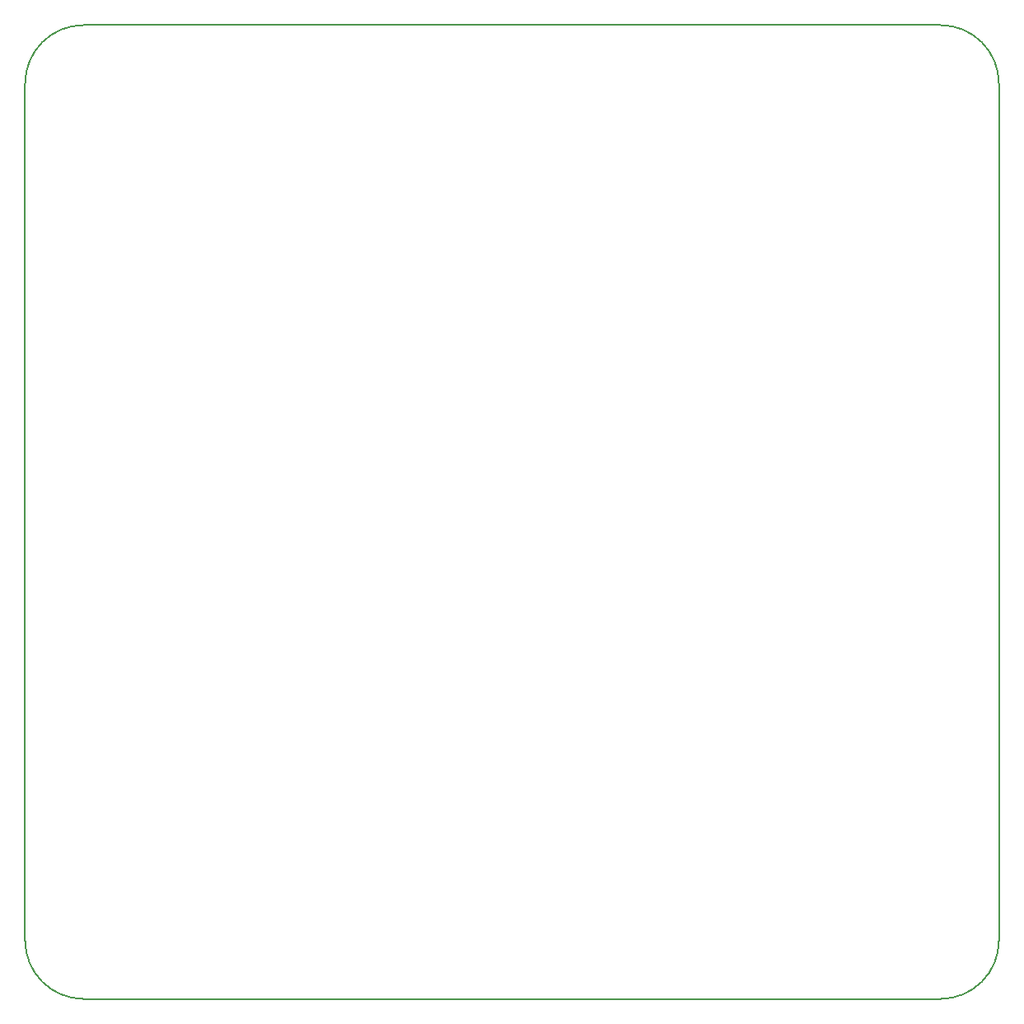
<source format=gbr>
G04 #@! TF.GenerationSoftware,KiCad,Pcbnew,5.0.1*
G04 #@! TF.CreationDate,2019-02-04T16:52:01+01:00*
G04 #@! TF.ProjectId,splitflap-berlin,73706C6974666C61702D6265726C696E,rev?*
G04 #@! TF.SameCoordinates,Original*
G04 #@! TF.FileFunction,Profile,NP*
%FSLAX46Y46*%
G04 Gerber Fmt 4.6, Leading zero omitted, Abs format (unit mm)*
G04 Created by KiCad (PCBNEW 5.0.1) date Mo 04 Feb 2019 16:52:01 CET*
%MOMM*%
%LPD*%
G01*
G04 APERTURE LIST*
%ADD10C,0.150000*%
G04 APERTURE END LIST*
D10*
X154000000Y-50000000D02*
G75*
G02X160000000Y-56000000I0J-6000000D01*
G01*
X160000000Y-144000000D02*
G75*
G02X154000000Y-150000000I-6000000J0D01*
G01*
X66000000Y-150000000D02*
G75*
G02X60000000Y-144000000I0J6000000D01*
G01*
X60000000Y-56000000D02*
G75*
G02X66000000Y-50000000I6000000J0D01*
G01*
X154000000Y-50000000D02*
X66000000Y-50000000D01*
X160000000Y-144000000D02*
X160000000Y-56000000D01*
X66000000Y-150000000D02*
X154000000Y-150000000D01*
X60000000Y-56000000D02*
X60000000Y-144000000D01*
M02*

</source>
